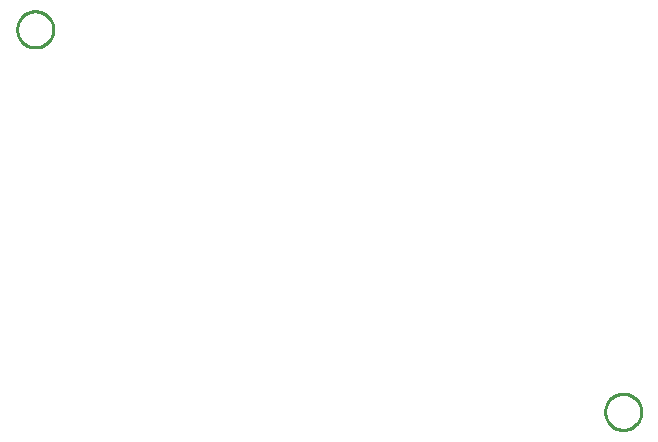
<source format=gko>
%FSDAX24Y24*%
%MOIN*%
%SFA1B1*%

%IPPOS*%
%ADD32C,0.010000*%
%LNde-300617-1*%
%LPD*%
G54D32*
X034552Y019650D02*
D01*
X034550Y019691*
X034546Y019733*
X034538Y019775*
X034528Y019815*
X034515Y019855*
X034499Y019894*
X034481Y019932*
X034460Y019969*
X034437Y020003*
X034411Y020036*
X034383Y020068*
X034352Y020097*
X034320Y020124*
X034286Y020149*
X034251Y020171*
X034213Y020191*
X034175Y020208*
X034136Y020222*
X034095Y020234*
X034054Y020242*
X034012Y020248*
X033971Y020251*
X033928*
X033887Y020248*
X033845Y020242*
X033804Y020234*
X033763Y020222*
X033724Y020208*
X033686Y020191*
X033649Y020171*
X033613Y020149*
X033579Y020124*
X033547Y020097*
X033516Y020068*
X033488Y020036*
X033462Y020003*
X033439Y019969*
X033418Y019932*
X033400Y019894*
X033384Y019855*
X033371Y019815*
X033361Y019775*
X033353Y019733*
X033349Y019691*
X033348Y019650*
X033349Y019608*
X033353Y019566*
X033361Y019524*
X033371Y019484*
X033384Y019444*
X033400Y019405*
X033418Y019367*
X033439Y019330*
X033462Y019296*
X033488Y019263*
X033516Y019231*
X033547Y019202*
X033579Y019175*
X033613Y019150*
X033649Y019128*
X033686Y019108*
X033724Y019091*
X033763Y019077*
X033804Y019065*
X033845Y019057*
X033887Y019051*
X033928Y019048*
X033971*
X034012Y019051*
X034054Y019057*
X034095Y019065*
X034136Y019077*
X034175Y019091*
X034213Y019108*
X034251Y019128*
X034286Y019150*
X034320Y019175*
X034352Y019202*
X034383Y019231*
X034411Y019263*
X034437Y019296*
X034460Y019330*
X034481Y019367*
X034499Y019405*
X034515Y019444*
X034528Y019484*
X034538Y019524*
X034546Y019566*
X034550Y019608*
X034552Y019650*
X014952Y032400D02*
D01*
X014950Y032441*
X014946Y032483*
X014938Y032525*
X014928Y032565*
X014915Y032605*
X014899Y032644*
X014881Y032682*
X014860Y032719*
X014837Y032753*
X014811Y032786*
X014783Y032818*
X014752Y032847*
X014720Y032874*
X014686Y032899*
X014651Y032921*
X014613Y032941*
X014575Y032958*
X014536Y032972*
X014495Y032984*
X014454Y032992*
X014412Y032998*
X014371Y033001*
X014328*
X014287Y032998*
X014245Y032992*
X014204Y032984*
X014163Y032972*
X014124Y032958*
X014086Y032941*
X014049Y032921*
X014013Y032899*
X013979Y032874*
X013947Y032847*
X013916Y032818*
X013888Y032786*
X013862Y032753*
X013839Y032719*
X013818Y032682*
X013800Y032644*
X013784Y032605*
X013771Y032565*
X013761Y032525*
X013753Y032483*
X013749Y032441*
X013748Y032400*
X013749Y032358*
X013753Y032316*
X013761Y032274*
X013771Y032234*
X013784Y032194*
X013800Y032155*
X013818Y032117*
X013839Y032080*
X013862Y032046*
X013888Y032013*
X013916Y031981*
X013947Y031952*
X013979Y031925*
X014013Y031900*
X014049Y031878*
X014086Y031858*
X014124Y031841*
X014163Y031827*
X014204Y031815*
X014245Y031807*
X014287Y031801*
X014328Y031798*
X014371*
X014412Y031801*
X014454Y031807*
X014495Y031815*
X014536Y031827*
X014575Y031841*
X014613Y031858*
X014651Y031878*
X014686Y031900*
X014720Y031925*
X014752Y031952*
X014783Y031981*
X014811Y032013*
X014837Y032046*
X014860Y032080*
X014881Y032117*
X014899Y032155*
X014915Y032194*
X014928Y032234*
X014938Y032274*
X014946Y032316*
X014950Y032358*
X014952Y032400*
M02*
</source>
